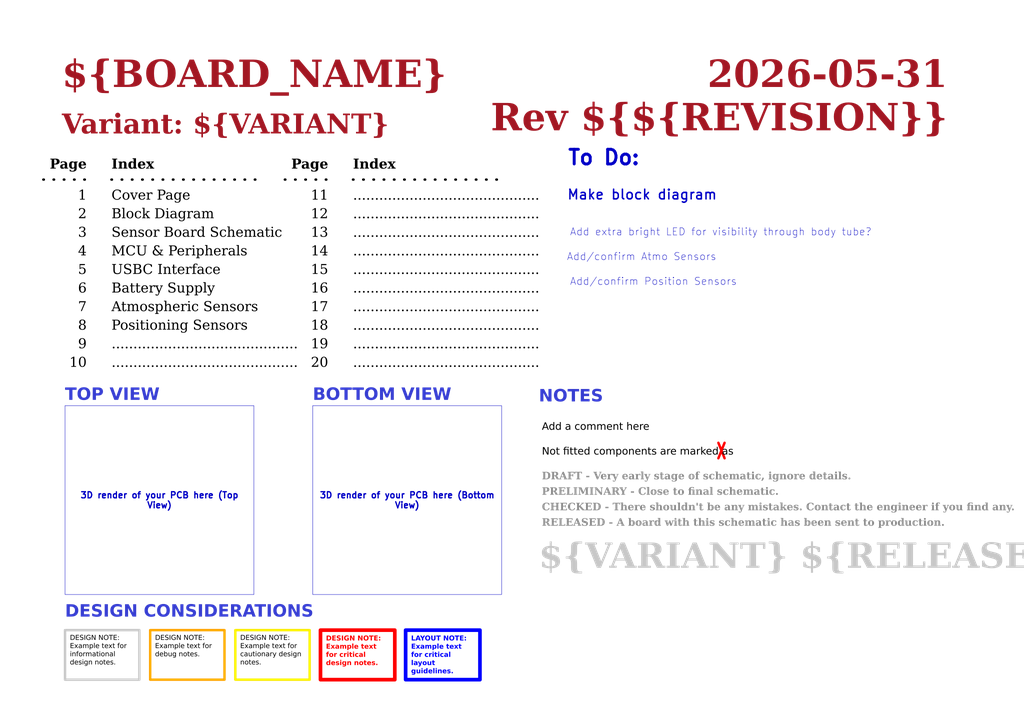
<source format=kicad_sch>
(kicad_sch
	(version 20250114)
	(generator "eeschema")
	(generator_version "9.0")
	(uuid "0650c7a8-acba-429c-9f8e-eec0baf0bc1c")
	(paper "A3")
	(title_block
		(title "Cover Page")
		(date "2026-01-04")
		(rev "${REVISION}")
		(company "${COMPANY}")
		(comment 1 "GRID - mil (1.27mm, 2.54mm)")
	)
	(lib_symbols)
	(text "9"
		(exclude_from_sim no)
		(at 35.56 144.78 0)
		(effects
			(font
				(face "Times New Roman")
				(size 4 4)
				(color 0 0 0 1)
			)
			(justify right bottom)
			(href "#9")
		)
		(uuid "0171ecc8-df6f-418e-95ea-db73cf975716")
	)
	(text "BOTTOM VIEW"
		(exclude_from_sim no)
		(at 128.27 166.37 0)
		(effects
			(font
				(face "Arial")
				(size 5 5)
				(bold yes)
				(color 53 60 207 1)
			)
			(justify left bottom)
		)
		(uuid "041ff709-0f5e-466e-adab-d03afffd90b7")
	)
	(text "13"
		(exclude_from_sim no)
		(at 134.62 99.06 0)
		(effects
			(font
				(face "Times New Roman")
				(size 4 4)
				(color 0 0 0 1)
			)
			(justify right bottom)
			(href "#13")
		)
		(uuid "09a9f005-609a-4854-9ba5-f5a5e7b8d7c7")
	)
	(text "To Do:"
		(exclude_from_sim no)
		(at 247.65 64.77 0)
		(effects
			(font
				(size 6 6)
				(thickness 1.2)
				(bold yes)
			)
		)
		(uuid "0ca39049-ba2f-4c86-a17f-c37d0e7db2ce")
	)
	(text "RELEASED - A board with this schematic has been sent to production."
		(exclude_from_sim no)
		(at 222.25 217.17 0)
		(effects
			(font
				(face "Times New Roman")
				(size 3 3)
				(thickness 0.6)
				(bold yes)
				(color 140 140 140 1)
			)
			(justify left bottom)
		)
		(uuid "10cbc67f-d688-44d7-9e2b-bee41b99ad5c")
	)
	(text "TOP VIEW"
		(exclude_from_sim no)
		(at 26.67 166.37 0)
		(effects
			(font
				(face "Arial")
				(size 5 5)
				(bold yes)
				(color 53 60 207 1)
			)
			(justify left bottom)
		)
		(uuid "1c033b5c-f50d-4e0f-94c4-59e72fb244de")
	)
	(text "3"
		(exclude_from_sim no)
		(at 35.56 99.06 0)
		(effects
			(font
				(face "Times New Roman")
				(size 4 4)
				(color 0 0 0 1)
			)
			(justify right bottom)
			(href "#3")
		)
		(uuid "1dd16a1b-b3b8-42a1-b678-3a7b261e7284")
	)
	(text "Add/confirm Atmo Sensors"
		(exclude_from_sim no)
		(at 232.41 105.41 0)
		(effects
			(font
				(size 3 3)
			)
			(justify left)
		)
		(uuid "2338727b-1b67-4740-93b8-f89a8792163b")
	)
	(text "..........................................."
		(exclude_from_sim no)
		(at 45.72 152.4 0)
		(effects
			(font
				(face "Times New Roman")
				(size 4 4)
				(color 0 0 0 1)
			)
			(justify left bottom)
			(href "#10")
		)
		(uuid "2df49b6e-980f-4a01-ab23-c61ed27bd1b8")
	)
	(text "..........................................."
		(exclude_from_sim no)
		(at 45.72 144.78 0)
		(effects
			(font
				(face "Times New Roman")
				(size 4 4)
				(color 0 0 0 1)
			)
			(justify left bottom)
			(href "#9")
		)
		(uuid "319dfe95-cf7d-4b95-aa65-2f948d7bd6bc")
	)
	(text "Positioning Sensors"
		(exclude_from_sim no)
		(at 45.72 137.16 0)
		(effects
			(font
				(face "Times New Roman")
				(size 4 4)
				(color 0 0 0 1)
			)
			(justify left bottom)
			(href "#8")
		)
		(uuid "339f13bd-0896-43a1-925e-733e36e395bd")
	)
	(text "..........................................."
		(exclude_from_sim no)
		(at 144.78 121.92 0)
		(effects
			(font
				(face "Times New Roman")
				(size 4 4)
				(color 0 0 0 1)
			)
			(justify left bottom)
			(href "#16")
		)
		(uuid "34c28277-d6a5-4104-8740-b78485a8ff4c")
	)
	(text "1"
		(exclude_from_sim no)
		(at 35.56 83.82 0)
		(effects
			(font
				(face "Times New Roman")
				(size 4 4)
				(color 0 0 0 1)
			)
			(justify right bottom)
			(href "#1")
		)
		(uuid "3691ab49-6c05-4886-869a-12221f52fdee")
	)
	(text "Not fitted components are marked as"
		(exclude_from_sim no)
		(at 222.25 187.96 0)
		(effects
			(font
				(face "Arial")
				(size 3 3)
				(color 0 0 0 1)
			)
			(justify left bottom)
		)
		(uuid "3e121d9b-11e9-4895-9779-ade93d5b2a88")
	)
	(text "Add extra bright LED for visibility through body tube?"
		(exclude_from_sim no)
		(at 233.68 95.25 0)
		(effects
			(font
				(size 3 3)
			)
			(justify left)
		)
		(uuid "3e6ec3f8-df6a-42fe-b1e0-7e2f7e602d8f")
	)
	(text "Index"
		(exclude_from_sim no)
		(at 45.72 71.12 0)
		(effects
			(font
				(face "Times New Roman")
				(size 4 4)
				(bold yes)
				(color 0 0 0 1)
			)
			(justify left bottom)
		)
		(uuid "44841f0e-187c-41b9-a570-9f74973319c9")
	)
	(text "..........................................."
		(exclude_from_sim no)
		(at 144.78 99.06 0)
		(effects
			(font
				(face "Times New Roman")
				(size 4 4)
				(color 0 0 0 1)
			)
			(justify left bottom)
			(href "#13")
		)
		(uuid "461ef4aa-5f24-4935-a427-92bbc78a05f3")
	)
	(text "Index"
		(exclude_from_sim no)
		(at 144.78 71.12 0)
		(effects
			(font
				(face "Times New Roman")
				(size 4 4)
				(bold yes)
				(color 0 0 0 1)
			)
			(justify left bottom)
		)
		(uuid "4773b195-e777-483d-bd5a-5b18be14b485")
	)
	(text "15"
		(exclude_from_sim no)
		(at 134.62 114.3 0)
		(effects
			(font
				(face "Times New Roman")
				(size 4 4)
				(color 0 0 0 1)
			)
			(justify right bottom)
			(href "#15")
		)
		(uuid "48cae9b2-9935-4ee2-a962-685c04325434")
	)
	(text "6"
		(exclude_from_sim no)
		(at 35.56 121.92 0)
		(effects
			(font
				(face "Times New Roman")
				(size 4 4)
				(color 0 0 0 1)
			)
			(justify right bottom)
			(href "#6")
		)
		(uuid "4aa9b67c-c657-48d1-abb0-497faf20008a")
	)
	(text "PRELIMINARY - Close to final schematic."
		(exclude_from_sim no)
		(at 222.25 204.47 0)
		(effects
			(font
				(face "Times New Roman")
				(size 3 3)
				(thickness 0.6)
				(bold yes)
				(color 140 140 140 1)
			)
			(justify left bottom)
		)
		(uuid "4b75d6be-e2b4-4862-a5fd-f3239bff6734")
	)
	(text "${VARIANT} ${RELEASE_DATE}"
		(exclude_from_sim no)
		(at 220.98 237.49 0)
		(effects
			(font
				(face "Times New Roman")
				(size 10.16 10.16)
				(thickness 0.6)
				(bold yes)
				(color 200 200 200 1)
			)
			(justify left bottom)
		)
		(uuid "4f144e11-d681-45f3-b92d-dea6c28023e4")
	)
	(text "Page"
		(exclude_from_sim no)
		(at 35.56 71.12 0)
		(effects
			(font
				(face "Times New Roman")
				(size 4 4)
				(bold yes)
				(color 0 0 0 1)
			)
			(justify right bottom)
		)
		(uuid "5216de6a-28ab-4e49-a422-9fd32d8fed67")
	)
	(text "MCU & Peripherals"
		(exclude_from_sim no)
		(at 45.72 106.68 0)
		(effects
			(font
				(face "Times New Roman")
				(size 4 4)
				(color 0 0 0 1)
			)
			(justify left bottom)
			(href "#4")
		)
		(uuid "547bb3ec-bec4-4b68-a38e-2ac56be29bd3")
	)
	(text "8"
		(exclude_from_sim no)
		(at 35.56 137.16 0)
		(effects
			(font
				(face "Times New Roman")
				(size 4 4)
				(color 0 0 0 1)
			)
			(justify right bottom)
			(href "#8")
		)
		(uuid "5dd35c87-2aeb-4c16-ab79-fbda71c4347a")
	)
	(text "14"
		(exclude_from_sim no)
		(at 134.62 106.68 0)
		(effects
			(font
				(face "Times New Roman")
				(size 4 4)
				(color 0 0 0 1)
			)
			(justify right bottom)
			(href "#14")
		)
		(uuid "5e529423-56be-4ad0-9794-38b960fa0634")
	)
	(text "5"
		(exclude_from_sim no)
		(at 35.56 114.3 0)
		(effects
			(font
				(face "Times New Roman")
				(size 4 4)
				(color 0 0 0 1)
			)
			(justify right bottom)
			(href "#5")
		)
		(uuid "718e4830-a352-43f0-b9c5-1495032b5970")
	)
	(text "${CURRENT_DATE}"
		(exclude_from_sim no)
		(at 388.62 40.64 0)
		(effects
			(font
				(face "Times New Roman")
				(size 11 11)
				(thickness 1)
				(bold yes)
				(color 162 22 34 1)
			)
			(justify right bottom)
		)
		(uuid "752b8016-2b6c-433a-9e5a-755eac1f800d")
	)
	(text "16"
		(exclude_from_sim no)
		(at 134.62 121.92 0)
		(effects
			(font
				(face "Times New Roman")
				(size 4 4)
				(color 0 0 0 1)
			)
			(justify right bottom)
			(href "#16")
		)
		(uuid "7a577aea-9c53-4431-8f38-6cd521e907d0")
	)
	(text "10"
		(exclude_from_sim no)
		(at 35.56 152.4 0)
		(effects
			(font
				(face "Times New Roman")
				(size 4 4)
				(color 0 0 0 1)
			)
			(justify right bottom)
			(href "#10")
		)
		(uuid "7caa34f0-df91-4ed4-bb8e-ff81315f8c93")
	)
	(text "18"
		(exclude_from_sim no)
		(at 134.62 137.16 0)
		(effects
			(font
				(face "Times New Roman")
				(size 4 4)
				(color 0 0 0 1)
			)
			(justify right bottom)
			(href "#18")
		)
		(uuid "7d4de17d-b484-45d2-95af-1050fc297950")
	)
	(text "Variant: ${VARIANT}"
		(exclude_from_sim no)
		(at 25.4 58.42 0)
		(effects
			(font
				(face "Times New Roman")
				(size 8 8)
				(thickness 1)
				(bold yes)
				(color 162 22 34 1)
			)
			(justify left bottom)
		)
		(uuid "832c6231-94ea-4718-8f70-96006b71efdf")
	)
	(text "4"
		(exclude_from_sim no)
		(at 35.56 106.68 0)
		(effects
			(font
				(face "Times New Roman")
				(size 4 4)
				(color 0 0 0 1)
			)
			(justify right bottom)
			(href "#4")
		)
		(uuid "8d802a1e-8c90-4592-9cec-00ce1173b8bd")
	)
	(text "11"
		(exclude_from_sim no)
		(at 134.62 83.82 0)
		(effects
			(font
				(face "Times New Roman")
				(size 4 4)
				(color 0 0 0 1)
			)
			(justify right bottom)
			(href "#11")
		)
		(uuid "8d827c06-285c-46bc-8024-d46f4098d9e5")
	)
	(text "Rev ${REVISION}"
		(exclude_from_sim no)
		(at 388.62 58.42 0)
		(effects
			(font
				(face "Times New Roman")
				(size 11 11)
				(thickness 1)
				(bold yes)
				(color 162 22 34 1)
			)
			(justify right bottom)
		)
		(uuid "9008c96f-82fa-4b3f-88a3-9ae35f59090b")
	)
	(text "USBC Interface"
		(exclude_from_sim no)
		(at 45.72 114.3 0)
		(effects
			(font
				(face "Times New Roman")
				(size 4 4)
				(color 0 0 0 1)
			)
			(justify left bottom)
			(href "#5")
		)
		(uuid "9413d28a-c2b4-4d73-ae2d-68b4717d1b67")
	)
	(text "..........................................."
		(exclude_from_sim no)
		(at 144.78 144.78 0)
		(effects
			(font
				(face "Times New Roman")
				(size 4 4)
				(color 0 0 0 1)
			)
			(justify left bottom)
			(href "#19")
		)
		(uuid "9d747571-2a3a-41dd-b7ab-0c07afaa5df1")
	)
	(text "Make block diagram"
		(exclude_from_sim no)
		(at 232.41 80.01 0)
		(effects
			(font
				(size 4 4)
				(thickness 0.6)
				(bold yes)
			)
			(justify left)
		)
		(uuid "9d941150-c114-4c18-853f-4d8b60c40066")
	)
	(text "..........................................."
		(exclude_from_sim no)
		(at 144.78 83.82 0)
		(effects
			(font
				(face "Times New Roman")
				(size 4 4)
				(color 0 0 0 1)
			)
			(justify left bottom)
			(href "#11")
		)
		(uuid "9e3e9ac8-468f-4f09-9650-682992859fd0")
	)
	(text "..........................................."
		(exclude_from_sim no)
		(at 144.78 129.54 0)
		(effects
			(font
				(face "Times New Roman")
				(size 4 4)
				(color 0 0 0 1)
			)
			(justify left bottom)
			(href "#17")
		)
		(uuid "a2bb1bed-8e4e-4038-8b4e-99f9457f4c30")
	)
	(text "..........................................."
		(exclude_from_sim no)
		(at 144.78 114.3 0)
		(effects
			(font
				(face "Times New Roman")
				(size 4 4)
				(color 0 0 0 1)
			)
			(justify left bottom)
			(href "#15")
		)
		(uuid "ae6c0242-f9a8-4717-86dd-2d27e5dc9018")
	)
	(text "${BOARD_NAME}"
		(exclude_from_sim no)
		(at 25.4 40.64 0)
		(effects
			(font
				(face "Times New Roman")
				(size 11 11)
				(thickness 1)
				(bold yes)
				(color 162 22 34 1)
			)
			(justify left bottom)
		)
		(uuid "b5491481-138f-4748-8f60-dc51e3284b98")
	)
	(text "Add/confirm Position Sensors"
		(exclude_from_sim no)
		(at 233.68 115.57 0)
		(effects
			(font
				(size 3 3)
			)
			(justify left)
		)
		(uuid "b9b1d611-2995-4eb3-8e5a-a10966a2b567")
	)
	(text "Page"
		(exclude_from_sim no)
		(at 134.62 71.12 0)
		(effects
			(font
				(face "Times New Roman")
				(size 4 4)
				(bold yes)
				(color 0 0 0 1)
			)
			(justify right bottom)
		)
		(uuid "beb5ee3d-ad62-4c0c-ab18-390f8e3c78c4")
	)
	(text "DRAFT - Very early stage of schematic, ignore details."
		(exclude_from_sim no)
		(at 222.25 198.12 0)
		(effects
			(font
				(face "Times New Roman")
				(size 3 3)
				(thickness 0.6)
				(bold yes)
				(color 140 140 140 1)
			)
			(justify left bottom)
		)
		(uuid "c1828499-d221-4dc2-9c7b-c9d850654d5e")
	)
	(text "..........................................."
		(exclude_from_sim no)
		(at 144.78 106.68 0)
		(effects
			(font
				(face "Times New Roman")
				(size 4 4)
				(color 0 0 0 1)
			)
			(justify left bottom)
			(href "#14")
		)
		(uuid "c492727f-a5a2-4efb-9f13-b55fb4c5125a")
	)
	(text "Battery Supply"
		(exclude_from_sim no)
		(at 45.72 121.92 0)
		(effects
			(font
				(face "Times New Roman")
				(size 4 4)
				(color 0 0 0 1)
			)
			(justify left bottom)
			(href "#6")
		)
		(uuid "c787ff5d-5d58-4a12-8967-dc99673505b9")
	)
	(text "Block Diagram"
		(exclude_from_sim no)
		(at 45.72 91.44 0)
		(effects
			(font
				(face "Times New Roman")
				(size 4 4)
				(color 0 0 0 1)
			)
			(justify left bottom)
			(href "#2")
		)
		(uuid "caeb7f52-f34e-4432-b129-9207069a1ad5")
	)
	(text "19"
		(exclude_from_sim no)
		(at 134.62 144.78 0)
		(effects
			(font
				(face "Times New Roman")
				(size 4 4)
				(color 0 0 0 1)
			)
			(justify right bottom)
			(href "#19")
		)
		(uuid "cbf7eaea-8009-4ccd-9079-9d687b9a3603")
	)
	(text "7"
		(exclude_from_sim no)
		(at 35.56 129.54 0)
		(effects
			(font
				(face "Times New Roman")
				(size 4 4)
				(color 0 0 0 1)
			)
			(justify right bottom)
			(href "#7")
		)
		(uuid "cf9779c0-4a62-4a6f-9127-07f6919e9e8d")
	)
	(text "12"
		(exclude_from_sim no)
		(at 134.62 91.44 0)
		(effects
			(font
				(face "Times New Roman")
				(size 4 4)
				(color 0 0 0 1)
			)
			(justify right bottom)
			(href "#12")
		)
		(uuid "d450aa41-7115-44ab-9cc7-2fa118545b00")
	)
	(text "Add a comment here"
		(exclude_from_sim no)
		(at 222.25 177.8 0)
		(effects
			(font
				(face "Arial")
				(size 3 3)
				(color 0 0 0 1)
			)
			(justify left bottom)
		)
		(uuid "d8d8425a-4141-4ddb-8e75-262db2d23ce8")
	)
	(text "2"
		(exclude_from_sim no)
		(at 35.56 91.44 0)
		(effects
			(font
				(face "Times New Roman")
				(size 4 4)
				(color 0 0 0 1)
			)
			(justify right bottom)
			(href "#2")
		)
		(uuid "dca5e168-6a76-4eb2-b335-e6c030ded824")
	)
	(text "..........................................."
		(exclude_from_sim no)
		(at 144.78 137.16 0)
		(effects
			(font
				(face "Times New Roman")
				(size 4 4)
				(color 0 0 0 1)
			)
			(justify left bottom)
			(href "#18")
		)
		(uuid "e518f3ad-92c7-4755-8883-22916bfc7d1f")
	)
	(text "..........................................."
		(exclude_from_sim no)
		(at 144.78 152.4 0)
		(effects
			(font
				(face "Times New Roman")
				(size 4 4)
				(color 0 0 0 1)
			)
			(justify left bottom)
			(href "#20")
		)
		(uuid "e58de9a8-7551-4002-91cc-eb758bb6876c")
	)
	(text "Cover Page"
		(exclude_from_sim no)
		(at 45.72 83.82 0)
		(effects
			(font
				(face "Times New Roman")
				(size 4 4)
				(color 0 0 0 1)
			)
			(justify left bottom)
			(href "#1")
		)
		(uuid "e9964413-67ff-4f53-b58c-608277db6779")
	)
	(text "NOTES"
		(exclude_from_sim no)
		(at 220.98 167.005 0)
		(effects
			(font
				(face "Arial")
				(size 5 5)
				(bold yes)
				(color 53 60 207 1)
			)
			(justify left bottom)
		)
		(uuid "ecd14d51-7267-460d-9460-6bae137b0c37")
	)
	(text "..........................................."
		(exclude_from_sim no)
		(at 144.78 91.44 0)
		(effects
			(font
				(face "Times New Roman")
				(size 4 4)
				(color 0 0 0 1)
			)
			(justify left bottom)
			(href "#12")
		)
		(uuid "ecd5e3bc-c1c8-4595-a242-64b07df33fd4")
	)
	(text "Sensor Board Schematic"
		(exclude_from_sim no)
		(at 45.72 99.06 0)
		(effects
			(font
				(face "Times New Roman")
				(size 4 4)
				(color 0 0 0 1)
			)
			(justify left bottom)
			(href "#3")
		)
		(uuid "ed9f4e44-7881-47b3-83af-17eb3de0e161")
	)
	(text "CHECKED - There shouldn't be any mistakes. Contact the engineer if you find any."
		(exclude_from_sim no)
		(at 222.25 210.82 0)
		(effects
			(font
				(face "Times New Roman")
				(size 3 3)
				(thickness 0.6)
				(bold yes)
				(color 140 140 140 1)
			)
			(justify left bottom)
		)
		(uuid "ee4bfbd2-ceac-40c9-847b-b15b18b07c08")
	)
	(text "20"
		(exclude_from_sim no)
		(at 134.62 152.4 0)
		(effects
			(font
				(face "Times New Roman")
				(size 4 4)
				(color 0 0 0 1)
			)
			(justify right bottom)
			(href "#20")
		)
		(uuid "f17fa600-4ea0-4482-a965-d781b27fd052")
	)
	(text "DESIGN CONSIDERATIONS"
		(exclude_from_sim no)
		(at 26.67 255.27 0)
		(effects
			(font
				(face "Arial")
				(size 5 5)
				(bold yes)
				(color 53 60 207 1)
			)
			(justify left bottom)
		)
		(uuid "fb09f930-25b6-4039-89ae-42d9d443b49d")
	)
	(text "Atmospheric Sensors"
		(exclude_from_sim no)
		(at 45.72 129.54 0)
		(effects
			(font
				(face "Times New Roman")
				(size 4 4)
				(color 0 0 0 1)
			)
			(justify left bottom)
			(href "#7")
		)
		(uuid "ff95cd70-408a-4656-b808-dabd546affbd")
	)
	(text "17"
		(exclude_from_sim no)
		(at 134.62 129.54 0)
		(effects
			(font
				(face "Times New Roman")
				(size 4 4)
				(color 0 0 0 1)
			)
			(justify right bottom)
			(href "#17")
		)
		(uuid "ffcd9e5c-5c93-423a-9ccc-e0af67821852")
	)
	(text_box "3D render of your PCB here (Bottom View)"
		(exclude_from_sim no)
		(at 128.27 166.37 0)
		(size 77.47 77.47)
		(margins 1.905 1.905 1.905 1.905)
		(stroke
			(width 0)
			(type default)
		)
		(fill
			(type none)
		)
		(effects
			(font
				(size 2.54 2.54)
				(thickness 0.508)
				(bold yes)
			)
		)
		(uuid "0c38d11f-bb11-46db-a91c-ebc0b30e95f5")
	)
	(text_box "3D render of your PCB here (Top View)"
		(exclude_from_sim no)
		(at 26.67 166.37 0)
		(size 77.47 77.47)
		(margins 1.905 1.905 1.905 1.905)
		(stroke
			(width 0)
			(type default)
		)
		(fill
			(type none)
		)
		(effects
			(font
				(size 2.54 2.54)
				(thickness 0.508)
				(bold yes)
			)
		)
		(uuid "2d015f2a-bc39-4866-bbd9-40b03d497a26")
	)
	(text_box "Metadata can be set in File → Schematic Setup → Project → Text Variables"
		(exclude_from_sim no)
		(at 8.89 300.99 0)
		(size 119.38 6.35)
		(margins 1.9049 1.9049 1.9049 1.9049)
		(stroke
			(width -0.0001)
			(type default)
		)
		(fill
			(type none)
		)
		(effects
			(font
				(size 2.54 2.54)
				(thickness 0.381)
				(bold yes)
				(color 0 0 0 1)
			)
			(justify right top)
		)
		(uuid "4d4fc8f9-28d9-4b33-b78d-b00f0a2b33ca")
	)
	(text_box "DESIGN NOTE:\nExample text for informational design notes."
		(exclude_from_sim no)
		(at 26.67 258.445 0)
		(size 30.48 20.32)
		(margins 2 2 2 2)
		(stroke
			(width 1)
			(type solid)
			(color 200 200 200 1)
		)
		(fill
			(type none)
		)
		(effects
			(font
				(face "Arial")
				(size 2 2)
				(color 0 0 0 1)
			)
			(justify left top)
		)
		(uuid "60b6a08c-a542-468e-b79f-aa4a2aa0e9e7")
	)
	(text_box "LAYOUT NOTE:\nExample text for critical layout guidelines."
		(exclude_from_sim no)
		(at 166.37 258.445 0)
		(size 30.48 20.32)
		(margins 2.25 2.25 2.25 2.25)
		(stroke
			(width 1.5)
			(type solid)
			(color 0 0 255 1)
		)
		(fill
			(type none)
		)
		(effects
			(font
				(face "Arial")
				(size 2 2)
				(thickness 0.4)
				(bold yes)
				(color 0 0 255 1)
			)
			(justify left top)
		)
		(uuid "b2648603-9b19-4c01-9621-49d92c5b8a6e")
	)
	(text_box "DESIGN NOTE:\nExample text for cautionary design notes."
		(exclude_from_sim no)
		(at 96.52 258.445 0)
		(size 30.48 20.32)
		(margins 2 2 2 2)
		(stroke
			(width 1)
			(type solid)
			(color 250 236 0 1)
		)
		(fill
			(type none)
		)
		(effects
			(font
				(face "Arial")
				(size 2 2)
				(color 0 0 0 1)
			)
			(justify left top)
		)
		(uuid "c7ec7f64-f5b0-4d3e-9743-7d40c3e23ecf")
	)
	(text_box "DESIGN NOTE:\nExample text for debug notes."
		(exclude_from_sim no)
		(at 61.595 258.445 0)
		(size 30.48 20.32)
		(margins 2 2 2 2)
		(stroke
			(width 1)
			(type solid)
			(color 255 165 0 1)
		)
		(fill
			(type none)
		)
		(effects
			(font
				(face "Arial")
				(size 2 2)
				(color 0 0 0 1)
			)
			(justify left top)
		)
		(uuid "c8bf2561-6ede-45f0-9b2e-12af2dfee13b")
	)
	(text_box "DESIGN NOTE:\nExample text for critical design notes."
		(exclude_from_sim no)
		(at 131.445 258.445 0)
		(size 30.48 20.32)
		(margins 2.25 2.25 2.25 2.25)
		(stroke
			(width 1.5)
			(type solid)
			(color 255 0 0 1)
		)
		(fill
			(type none)
		)
		(effects
			(font
				(face "Arial")
				(size 2 2)
				(thickness 0.4)
				(bold yes)
				(color 255 0 0 1)
			)
			(justify left top)
		)
		(uuid "d03e1008-e371-461f-a9f2-320d8a2b7341")
	)
	(polyline
		(pts
			(xy 297.18 181.61) (xy 294.64 187.96)
		)
		(stroke
			(width 1)
			(type default)
			(color 255 0 0 1)
		)
		(uuid "4ae2cac4-7676-4a8d-91c4-c6c6f4585019")
	)
	(polyline
		(pts
			(xy 45.72 73.66) (xy 106.68 73.66)
		)
		(stroke
			(width 1)
			(type dot)
			(color 0 0 0 1)
		)
		(uuid "594379bc-c052-4d2e-996b-8b5c1a0857fd")
	)
	(polyline
		(pts
			(xy 116.84 73.66) (xy 134.62 73.66)
		)
		(stroke
			(width 1)
			(type dot)
			(color 0 0 0 1)
		)
		(uuid "aa27a991-1dd0-4ddb-a292-69ddc074d2fe")
	)
	(polyline
		(pts
			(xy 17.78 73.66) (xy 35.56 73.66)
		)
		(stroke
			(width 1)
			(type dot)
			(color 0 0 0 1)
		)
		(uuid "aefa0f5d-e237-48a6-8d0d-7925958d23a4")
	)
	(polyline
		(pts
			(xy 294.64 181.61) (xy 297.18 187.96)
		)
		(stroke
			(width 1)
			(type default)
			(color 255 0 0 1)
		)
		(uuid "b16ef1e7-4b58-4125-810d-81e7071984f8")
	)
	(polyline
		(pts
			(xy 144.78 73.66) (xy 205.74 73.66)
		)
		(stroke
			(width 1)
			(type dot)
			(color 0 0 0 1)
		)
		(uuid "d03f8f3f-5543-483d-a054-040e77e06c0e")
	)
	(sheet
		(at 299.72 311.15)
		(size 35.56 6.35)
		(exclude_from_sim no)
		(in_bom yes)
		(on_board yes)
		(dnp no)
		(fields_autoplaced yes)
		(stroke
			(width 0.1524)
			(type solid)
		)
		(fill
			(color 0 0 0 0.0000)
		)
		(uuid "459e6a54-4354-4cbe-b679-1f9dcd1ee4fd")
		(property "Sheetname" "Sensor Board Schematic"
			(at 299.72 310.4384 0)
			(effects
				(font
					(size 1.27 1.27)
				)
				(justify left bottom)
			)
		)
		(property "Sheetfile" "SubSchematics/Sensor Board Schematic.kicad_sch"
			(at 299.72 318.0846 0)
			(effects
				(font
					(size 1.27 1.27)
				)
				(justify left top)
			)
		)
		(instances
			(project "CanSat_SensorSuite"
				(path "/0650c7a8-acba-429c-9f8e-eec0baf0bc1c"
					(page "3")
				)
			)
		)
	)
	(sheet
		(at 299.72 302.26)
		(size 35.56 5.08)
		(exclude_from_sim no)
		(in_bom yes)
		(on_board yes)
		(dnp no)
		(stroke
			(width 0.1524)
			(type solid)
		)
		(fill
			(color 0 0 0 0.0000)
		)
		(uuid "de68a101-7eef-4ba8-abb4-14d03adb087f")
		(property "Sheetname" "Block Diagram"
			(at 299.72 301.2309 0)
			(effects
				(font
					(face "Times New Roman")
					(size 1.905 1.905)
					(bold yes)
					(color 0 0 0 1)
				)
				(justify left bottom)
			)
		)
		(property "Sheetfile" "Block Diagram.kicad_sch"
			(at 300.99 303.53 0)
			(effects
				(font
					(face "Arial")
					(size 1.27 1.27)
				)
				(justify left top)
			)
		)
		(instances
			(project "CanSat_SensorSuite"
				(path "/0650c7a8-acba-429c-9f8e-eec0baf0bc1c"
					(page "2")
				)
			)
		)
	)
	(sheet_instances
		(path "/"
			(page "1")
		)
	)
	(embedded_fonts no)
)

</source>
